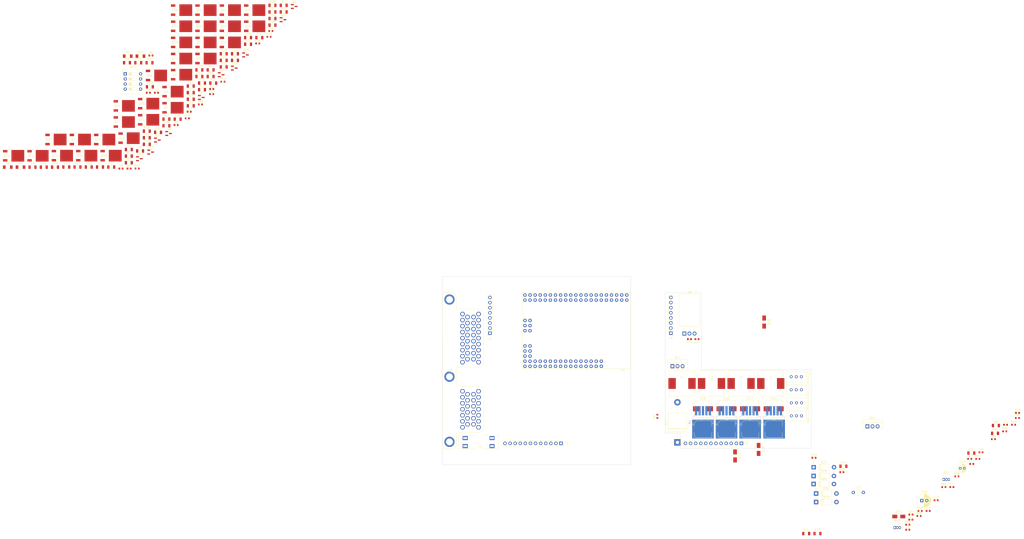
<source format=kicad_pcb>
(kicad_pcb (version 20211014) (generator pcbnew)
  (layers (0 "F.Cu" signal) (31 "B.Cu" signal) (34 "B.Paste" user) (35 "F.Paste" user) (36 "B.SilkS" user "B.Silkscreen") (37 "F.SilkS" user "F.Silkscreen") (38 "B.Mask" user) (39 "F.Mask" user) (44 "Edge.Cuts" user))
  (net 0 "")
  (net 1 "12V~")
  (net 2 "GND~")
  (net 3 "BUCK_A~")
  (net 4 "BUCK_B~")
  (net 5 "BUCK_C~")
  (net 6 "BUCK_D~")
  (net 7 "Net-(C17-Pad1)")
  (net 8 "5V~")
  (net 9 "TURN_D_FIL")
  (net 10 "BATGND")
  (net 11 "TURN_P_FIL")
  (net 12 "Net-(D3-Pad1)")
  (net 13 "+5V")
  (net 14 "Net-(D4-Pad1)")
  (net 15 "Net-(D5-Pad1)")
  (net 16 "Net-(D6-Pad1)")
  (net 17 "Net-(D7-Pad1)")
  (net 18 "Net-(D8-Pad1)")
  (net 19 "MISC_1_FIL")
  (net 20 "MISC_2_FIL")
  (net 21 "Net-(D11-Pad2)")
  (net 23 "Net-(D12-Pad2)")
  (net 24 "Net-(D13-Pad1)")
  (net 25 "Net-(D14-Pad1)")
  (net 26 "Net-(D15-Pad1)")
  (net 27 "Net-(D16-Pad1)")
  (net 28 "VCC~")
  (net 29 "Net-(D18-Pad2)")
  (net 30 "Net-(D19-Pad2)")
  (net 31 "Net-(D20-Pad2)")
  (net 32 "Net-(D21-Pad2)")
  (net 33 "Net-(D22-Pad2)")
  (net 34 "Net-(D23-Pad1)")
  (net 35 "Net-(D24-Pad1)")
  (net 36 "Net-(D25-Pad1)")
  (net 37 "Net-(D25-Pad2)")
  (net 38 "Net-(D26-Pad2)")
  (net 39 "VCC")
  (net 40 "LET_A1")
  (net 41 "LET_W1")
  (net 42 "BUCK_A")
  (net 43 "LET_A2")
  (net 44 "LET_W2")
  (net 48 "LET_A3")
  (net 49 "LET_W3")
  (net 50 "BUCK_B")
  (net 51 "RAP_A1")
  (net 53 "RAP_W1")
  (net 54 "BUCK_D")
  (net 55 "LGHT_P")
  (net 56 "LGHT_N")
  (net 57 "RAP_A2")
  (net 58 "RAP_W2")
  (net 59 "RAP_A3")
  (net 60 "RAP_W3")
  (net 64 "LGHT_S")
  (net 65 "RAP_A4")
  (net 66 "RAP_W4")
  (net 67 "LET_A4")
  (net 68 "LET_W4")
  (net 69 "LET_A5")
  (net 70 "LET_W5")
  (net 71 "BUCK_C")
  (net 72 "LET_A6")
  (net 73 "LET_W6")
  (net 74 "BAT12V")
  (net 75 "HEDRLY")
  (net 76 "RLY87")
  (net 77 "TX_1")
  (net 78 "RX_1")
  (net 79 "RLY87A")
  (net 80 "TURN_D")
  (net 81 "TURN_P")
  (net 82 "MISC_1")
  (net 83 "MISC_2")
  (net 84 "RX_3")
  (net 85 "12V")
  (net 86 "TX_2")
  (net 87 "RX_2")
  (net 88 "TX_3")
  (net 89 "EN_A")
  (net 90 "EN_B")
  (net 91 "EN_C")
  (net 92 "EN_D")
  (net 93 "EN_A~")
  (net 94 "EN_B~")
  (net 95 "EN_C~")
  (net 96 "EN_D~")
  (net 97 "Net-(Q1-Pad1)")
  (net 98 "Net-(Q1-Pad3)")
  (net 99 "Net-(Q2-Pad1)")
  (net 100 "Net-(Q12-Pad2)")
  (net 101 "Net-(Q3-Pad1)")
  (net 102 "Net-(Q13-Pad2)")
  (net 103 "Net-(Q4-Pad1)")
  (net 104 "Net-(Q14-Pad2)")
  (net 105 "Net-(Q10-Pad3)")
  (net 106 "Net-(Q15-Pad2)")
  (net 107 "Net-(Q6-Pad1)")
  (net 108 "Net-(Q7-Pad1)")
  (net 109 "Net-(Q8-Pad1)")
  (net 110 "Net-(Q9-Pad1)")
  (net 111 "Net-(Q10-Pad1)")
  (net 112 "LET_POWER1")
  (net 113 "LET_POWER2")
  (net 114 "LET_POWER3")
  (net 115 "LET_POWER4")
  (net 116 "LET_POWER5")
  (net 117 "LET_COLOR1")
  (net 118 "LET_COLOR2")
  (net 119 "LET_COLOR3")
  (net 120 "LET_COLOR4")
  (net 121 "LET_COLOR5")
  (net 122 "Net-(Q21-Pad1)")
  (net 123 "Net-(Q21-Pad3)")
  (net 124 "Net-(Q22-Pad1)")
  (net 125 "Net-(Q22-Pad3)")
  (net 126 "Net-(Q23-Pad1)")
  (net 127 "Net-(Q23-Pad3)")
  (net 128 "Net-(Q24-Pad1)")
  (net 129 "Net-(Q24-Pad3)")
  (net 130 "Net-(Q25-Pad1)")
  (net 131 "Net-(Q25-Pad3)")
  (net 132 "Net-(Q26-Pad1)")
  (net 133 "Net-(Q27-Pad1)")
  (net 134 "Net-(Q28-Pad1)")
  (net 135 "Net-(Q29-Pad1)")
  (net 136 "Net-(Q30-Pad1)")
  (net 137 "LET_POWER6")
  (net 138 "RAP_POWER1")
  (net 139 "RAP_POWER2")
  (net 140 "RAP_POWER3")
  (net 141 "RAP_POWER4")
  (net 142 "LET_COLOR6")
  (net 143 "RAP_COLOR1")
  (net 144 "RAP_COLOR2")
  (net 145 "RAP_COLOR3")
  (net 146 "RAP_COLOR4")
  (net 147 "Net-(Q42-Pad2)")
  (net 148 "Net-(Q43-Pad2)")
  (net 149 "Net-(R21-Pad1)")
  (net 150 "Net-(R28-Pad1)")
  (net 151 "Net-(R35-Pad1)")
  (net 152 "Net-(R40-Pad1)")
  (net 153 "Net-(R61-Pad2)")
  (net 154 "Net-(R62-Pad2)")
  (net 155 "Net-(R63-Pad2)")
  (net 156 "Net-(R64-Pad2)")
  (net 157 "Net-(U1-Pad3V3_1)")
  (net 204 "Net-(U1-PadVIN_1)")
  (footprint "Resistor_SMD:R_1206_3216Metric" (layer "F.Cu") (at -139.676 -28.784)
    (fp_text reference "R3")
    (fp_text value "10k")
  )
  (footprint "Resistor_SMD:R_1206_3216Metric" (layer "F.Cu") (at -84.506 -73.934)
    (fp_text reference "R39")
    (fp_text value "10k")
  )
  (footprint "Resistor_SMD:R_1206_3216Metric" (layer "F.Cu") (at -88.796 -67.354)
    (fp_text reference "R13")
    (fp_text value "10k")
  )
  (footprint "Resistor_SMD:R_1206_3216Metric" (layer "F.Cu") (at -83.186 -70.644)
    (fp_text reference "R37")
    (fp_text value "1k")
  )
  (footprint "Resistor_SMD:R_0603_1608Metric" (layer "F.Cu") (at 269.374 142.756)
    (fp_text reference "R60")
    (fp_text value "10k")
  )
  (footprint "Capacitor_SMD:CP_Elec_8x10" (layer "F.Cu") (at 184.574 102.056)
    (fp_text reference "C2")
    (fp_text value "100u")
  )
  (footprint "Diode_THT:D_DO-41_SOD81_P10.16mm_Horizontal" (layer "F.Cu") (at 216.244 125.306)
    (fp_text reference "D18")
    (fp_text value "1N47xxA")
  )
  (footprint "afootprints:IRLR7843" (layer "F.Cu") (at -109.426 -74.444)
    (fp_text reference "Q16")
    (fp_text value "IRLR7843")
  )
  (footprint "Resistor_SMD:R_0603_1608Metric" (layer "F.Cu") (at 268.824 145.266)
    (fp_text reference "R68")
    (fp_text value "10k")
  )
  (footprint "Capacitor_SMD:C_0603_1608Metric" (layer "F.Cu") (at 154.324 57.056)
    (fp_text reference "C20")
    (fp_text value "100n")
  )
  (footprint "LED_SMD:LED_0603_1608Metric" (layer "F.Cu") (at -115.556 -65.834)
    (fp_text reference "D8")
    (fp_text value "YLW LED")
  )
  (footprint "Capacitor_SMD:C_0603_1608Metric" (layer "F.Cu") (at 295.124 119.306)
    (fp_text reference "C10")
    (fp_text value "100n")
  )
  (footprint "afootprints:IRLR7843" (layer "F.Cu") (at -125.486 -59.284)
    (fp_text reference "Q15")
    (fp_text value "IRLR7843")
  )
  (footprint "Capacitor_SMD:CP_Elec_8x10" (layer "F.Cu") (at 161.074 91.806)
    (fp_text reference "C16")
    (fp_text value "220u")
  )
  (footprint "Capacitor_THT:CP_Radial_D4.0mm_P2.00mm" (layer "F.Cu") (at 289.348801 121.476)
    (fp_text reference "C19")
    (fp_text value "10u 25V")
  )
  (footprint "Capacitor_SMD:C_0603_1608Metric" (layer "F.Cu") (at 277.354 137.416)
    (fp_text reference "C12")
    (fp_text value "100n")
  )
  (footprint "Connector_PinSocket_2.54mm:PinSocket_1x08_P2.54mm_Vertical" (layer "F.Cu") (at 54.819808 54.082824 180)
    (fp_text reference "J3")
    (fp_text value "Conn_01x08_Female")
  )
  (footprint "Resistor_SMD:R_1206_3216Metric" (layer "F.Cu") (at -88.796 -70.644)
    (fp_text reference "R42")
    (fp_text value "1k")
  )
  (footprint "Resistor_SMD:R_0603_1608Metric" (layer "F.Cu") (at -96.136 -53.064)
    (fp_text reference "R55")
    (fp_text value "1k")
  )
  (footprint "FIC Board-footprints:L_12x12mm_H8mm" (layer "F.Cu") (at 194.872 79.056)
    (fp_text reference "L1")
    (fp_text value "47u")
  )
  (footprint "Resistor_SMD:R_0603_1608Metric" (layer "F.Cu") (at -121.156 -28.034)
    (fp_text reference "R54")
    (fp_text value "1k")
  )
  (footprint "Resistor_SMD:R_1206_3216Metric" (layer "F.Cu") (at -106.556 -49.384)
    (fp_text reference "R38")
    (fp_text value "1k")
  )
  (footprint "afootprints:IRLR7843" (layer "F.Cu") (at -60.446 -107.044)
    (fp_text reference "Q21")
    (fp_text value "IRLR7843")
  )
  (footprint "afootprints:IRLR7843" (layer "F.Cu") (at -125.486 -51.234)
    (fp_text reference "Q17")
    (fp_text value "IRLR7843")
  )
  (footprint "afootprints:IRLR7843" (layer "F.Cu") (at -101.186 -66.394)
    (fp_text reference "Q3")
    (fp_text value "IRLR7843")
  )
  (footprint "FIC Board-footprints:L_12x12mm_H8mm" (layer "F.Cu") (at 165.324 79.056)
    (fp_text reference "L3")
    (fp_text value "47u")
  )
  (footprint "LED_SMD:LED_0603_1608Metric" (layer "F.Cu") (at 317.964 93.846)
    (fp_text reference "D22")
    (fp_text value "Red LED")
  )
  (footprint "Capacitor_SMD:C_0603_1608Metric" (layer "F.Cu") (at 263.234 152.116)
    (fp_text reference "C6")
    (fp_text value "100n")
  )
  (footprint "Resistor_SMD:R_1206_3216Metric" (layer "F.Cu") (at 307.174 100.156)
    (fp_text reference "R65")
    (fp_text value "10k")
  )
  (footprint "afootprints:IRLR7843" (layer "F.Cu") (at -135.256 -42.504)
    (fp_text reference "Q12")
    (fp_text value "IRLR7843")
  )
  (footprint "Resistor_SMD:R_0603_1608Metric" (layer "F.Cu") (at -83.986 -65.154)
    (fp_text reference "R52")
    (fp_text value "1k")
  )
  (footprint "Diode_SMD:D_MiniMELF" (layer "F.Cu") (at -119.486 -84.084)
    (fp_text reference "D10")
    (fp_text value "LL34 5.1V")
  )
  (footprint "Capacitor_SMD:C_0603_1608Metric" (layer "F.Cu") (at 299.734 113.506)
    (fp_text reference "C8")
    (fp_text value "100n")
  )
  (footprint "Resistor_SMD:R_1206_3216Metric" (layer "F.Cu") (at -77.966 -81.984)
    (fp_text reference "R24")
    (fp_text value "1k")
  )
  (footprint "afootprints:2N3904SMD" (layer "F.Cu") (at -105.446 -45.514)
    (fp_text reference "Q8")
    (fp_text value "MMBT3904")
  )
  (footprint "Resistor_SMD:R_0603_1608Metric" (layer "F.Cu") (at 317.924 96.396)
    (fp_text reference "R61")
    (fp_text value "270")
  )
  (footprint "LED_SMD:LED_0603_1608Metric" (layer "F.Cu") (at 216.444 116.246)
    (fp_text reference "D19")
    (fp_text value "Red LED")
  )
  (footprint "LED_SMD:LED_0603_1608Metric" (layer "F.Cu") (at 264.814 144.546)
    (fp_text reference "D21")
    (fp_text value "Red LED")
  )
  (footprint "Resistor_SMD:R_0603_1608Metric" (layer "F.Cu") (at 315.994 99.766)
    (fp_text reference "R69")
    (fp_text value "10k")
  )
  (footprint "afootprints:IRLR7843" (layer "F.Cu") (at -72.596 -98.994)
    (fp_text reference "Q19")
    (fp_text value "IRLR7843")
  )
  (footprint "LED_SMD:LED_0603_1608Metric" (layer "F.Cu") (at -83.946 -67.704)
    (fp_text reference "D7")
    (fp_text value "GRN LED")
  )
  (footprint "Resistor_SMD:R_1206_3216Metric" (layer "F.Cu") (at -162.116 -28.724)
    (fp_text reference "R25")
    (fp_text value "1k")
  )
  (footprint "Package_TO_SOT_THT:TO-220-3_Horizontal_TabDown" (layer "F.Cu") (at 151.784 54.286)
    (fp_text reference "U6")
    (fp_text value "L7805")
  )
  (footprint "Resistor_SMD:R_1206_3216Metric" (layer "F.Cu") (at -94.406 -69.174)
    (fp_text reference "R21")
    (fp_text value "1k")
  )
  (footprint "Resistor_SMD:R_1206_3216Metric" (layer "F.Cu") (at -100.946 -52.674)
    (fp_text reference "R20")
    (fp_text value "10k")
  )
  (footprint "afootprints:2N3904SMD" (layer "F.Cu") (at -72.696 -78.114)
    (fp_text reference "Q26")
    (fp_text value "MMBT3904")
  )
  (footprint "Resistor_SMD:R_0603_1608Metric" (layer "F.Cu") (at 311.564 103.056)
    (fp_text reference "R59")
    (fp_text value "10k")
  )
  (footprint "Package_TO_SOT_THT:TO-220-3_Vertical" (layer "F.Cu") (at 243.074 100.556)
    (fp_text reference "Q44")
    (fp_text value "IRF4905")
  )
  (footprint "afootprints:2N3904SMD" (layer "F.Cu") (at -79.236 -74.824)
    (fp_text reference "Q28")
    (fp_text value "MMBT3904")
  )
  (footprint "Resistor_SMD:R_1206_3216Metric" (layer "F.Cu") (at -65.816 -90.034)
    (fp_text reference "R33")
    (fp_text value "1k")
  )
  (footprint "Capacitor_SMD:C_0603_1608Metric" (layer "F.Cu") (at 273.384 142.756)
    (fp_text reference "C9")
    (fp_text value "100n")
  )
  (footprint "Resistor_SMD:R_1206_3216Metric" (layer "F.Cu") (at -72.356 -85.274)
    (fp_text reference "R19")
    (fp_text value "10k")
  )
  (footprint "Potentiometer_THT:Potentiometer_Bourns_3296X_Horizontal" (layer "F.Cu") (at 205.074 75.806 180)
    (fp_text reference "RV1")
    (fp_text value "10k")
  )
  (footprint "Package_TO_SOT_THT:TO-220-3_Vertical" (layer "F.Cu") (at 145.824 70.556)
    (fp_text reference "Q41")
    (fp_text value "IRF4905")
  )
  (footprint "Connector_PinHeader_2.54mm:PinHeader_1x12_P2.54mm_Vertical" (layer "F.Cu") (at 180.259723 109.054137 -90)
    (fp_text reference "J4")
    (fp_text value "Conn_01x12_Male")
  )
  (footprint "Capacitor_SMD:C_0603_1608Metric" (layer "F.Cu") (at 264.774 147.096)
    (fp_text reference "C11")
    (fp_text value "100n")
  )
  (footprint "Capacitor_SMD:C_0603_1608Metric" (layer "F.Cu") (at 311.984 99.766)
    (fp_text reference "C5")
    (fp_text value "100n")
  )
  (footprint "afootprints:Univ_AUTO_Fuse" (layer "F.Cu") (at 39.269 105.001)
    (fp_text reference "F1")
    (fp_text value "10A Fuse")
  )
  (footprint "LED_SMD:LED_0603_1608Metric" (layer "F.Cu") (at -129.216 -27.994)
    (fp_text reference "D3")
    (fp_text value "GRN LED")
  )
  (footprint "afootprints:IRLR7843" (layer "F.Cu") (at -168.516 -34.394)
    (fp_text reference "Q11")
    (fp_text value "IRLR7843")
  )
  (footprint "Resistor_SMD:R_1206_3216Metric" (layer "F.Cu") (at 212.554 154.046)
    (fp_text reference "R74")
    (fp_text value "10k")
  )
  (footprint "Potentiometer_THT:Potentiometer_Bourns_3296X_Horizontal" (layer "F.Cu") (at 205.154 95.306 180)
    (fp_text reference "RV4")
    (fp_text value "10k")
  )
  (footprint "Resistor_SMD:R_1206_3216Metric" (layer "F.Cu") (at -77.966 -85.274)
    (fp_text reference "R29")
    (fp_text value "1k")
  )
  (footprint "Resistor_SMD:R_1206_3216Metric" (layer "F.Cu") (at -156.506 -28.784)
    (fp_text reference "R31")
    (fp_text value "1k")
  )
  (footprint "Capacitor_SMD:CP_Elec_8x10" (layer "F.Cu") (at 161.074 102.056)
    (fp_text reference "C4")
    (fp_text value "100u")
  )
  (footprint "Resistor_SMD:R_1206_3216Metric" (layer "F.Cu") (at -114.986 -80.814)
    (fp_text reference "R32")
    (fp_text value "1k")
  )
  (footprint "Diode_SMD:D_SMA" (layer "F.Cu") (at 191.574 48.556 -90)
    (fp_text reference "D16")
    (fp_text value "SS34")
  )
  (footprint "Resistor_SMD:R_0603_1608Metric" (layer "F.Cu") (at 305.954 106.946)
    (fp_text reference "R64")
    (fp_text value "270")
  )
  (footprint "Resistor_SMD:R_0603_1608Metric" (layer "F.Cu") (at 281.204 130.846)
    (fp_text reference "R66")
    (fp_text value "10k")
  )
  (footprint "Resistor_SMD:R_1206_3216Metric" (layer "F.Cu") (at -145.286 -28.784)
    (fp_text reference "R30")
    (fp_text value "1k")
  )
  (footprint "Connector_PinSocket_2.54mm:PinSocket_1x12_P2.54mm_Vertical" (layer "F.Cu") (at 90.263195 109.04967 -90)
    (fp_text reference "J2")
    (fp_text value "Conn_01x12_Female")
  )
  (footprint "Resistor_SMD:R_1206_3216Metric" (layer "F.Cu") (at 231.114 120.456)
    (fp_text reference "R72")
    (fp_text value "1k")
  )
  (footprint "FIC Board-footprints:L_12x12mm_H8mm" (layer "F.Cu") (at 150.622 79.056)
    (fp_text reference "L4")
    (fp_text value "47u")
  )
  (footprint "afootprints:IRLR7843" (layer "F.Cu") (at -96.896 -90.944)
    (fp_text reference "Q39")
    (fp_text value "IRLR7843")
  )
  (footprint "LED_SMD:LED_0603_1608Metric" (layer "F.Cu") (at 230.354 123.396)
    (fp_text reference "D20")
    (fp_text value "Red LED")
  )
  (footprint "Diode_THT:D_P600_R-6_P20.00mm_Horizontal" (layer "F.Cu") (at 148.324 108.556 90)
    (fp_text reference "D17")
    (fp_text value "5KP16A")
  )
  (footprint "afootprints:2N3904SMD" (layer "F.Cu") (at -114.406 -36.224)
    (fp_text reference "Q9")
    (fp_text value "MMBT3904")
  )
  (footprint "afootprints:IRLR7843" (layer "F.Cu") (at -72.596 -90.944)
    (fp_text reference "Q23")
    (fp_text value "IRLR7843")
  )
  (footprint "Resistor_SMD:R_0603_1608Metric" (layer "F.Cu") (at 263.234 149.606)
    (fp_text reference "R63")
    (fp_text value "270")
  )
  (footprint "LED_SMD:LED_0603_1608Metric" (layer "F.Cu") (at -114.266 -84.414)
    (fp_text reference "D6")
    (fp_text value "YLW LED")
  )
  (footprint "afootprints:IRLR7843" (layer "F.Cu") (at -96.896 -74.844)
    (fp_text reference "Q5")
    (fp_text value "IRLR7843")
  )
  (footprint "afootprints:IRLR7843" (layer "F.Cu") (at -156.366 -34.454)
    (fp_text reference "Q31")
    (fp_text value "IRLR7843")
  )
  (footprint "Capacitor_SMD:C_0603_1608Metric" (layer "F.Cu") (at 158.074 57.056 180)
    (fp_text reference "C21")
    (fp_text value "100n")
  )
  (footprint "afootprints:IRLR7843" (layer "F.Cu") (at -113.336 -60.394)
    (fp_text reference "Q25")
    (fp_text value "IRLR7843")
  )
  (footprint "Capacitor_SMD:CP_Elec_8x10" (layer "F.Cu") (at 172.824 91.806)
    (fp_text reference "C15")
    (fp_text value "220u")
  )
  (footprint "Resistor_SMD:R_1206_3216Metric" (layer "F.Cu") (at -125.286 -37.514)
    (fp_text reference "R8")
    (fp_text value "10k")
  )
  (footprint "afootprints:2N3904SMD" (layer "F.Cu") (at -48.396 -102.264)
    (fp_text reference "Q30")
    (fp_text value "MMBT3904")
  )
  (footprint "afootprints:IRLR7843" (layer "F.Cu") (at -84.746 -107.044)
    (fp_text reference "Q13")
    (fp_text value "IRLR7843")
  )
  (footprint "LED_SMD:LED_0603_1608Metric" (layer "F.Cu") (at -111.506 -65.834)
    (fp_text reference "D11")
    (fp_text value "RED LED")
  )
  (footprint "Resistor_SMD:R_0603_1608Metric" (layer "F.Cu") (at 287.714 125.506)
    (fp_text reference "R58")
    (fp_text value "10k")
  )
  (footprint "Resistor_SMD:R_0603_1608Metric" (layer "F.Cu") (at -55.396 -93.714)
    (fp_text reference "R53")
    (fp_text value "1k")
  )
  (footprint "Resistor_SMD:R_1206_3216Metric" (layer "F.Cu") (at -106.556 -52.674)
    (fp_text reference "R2")
    (fp_text value "10k")
  )
  (footprint "FIC Board-footprints:64372885" (layer "F.Cu") (at 34.633992 37.295988 -90)
    (fp_text reference "J1")
    (fp_text value "superseal_connector" hide)
  )
  (footprint "afootprints:IRLR7843" (layer "F.Cu") (at -96.896 -98.994)
    (fp_text reference "Q35")
    (fp_text value "IRLR7843")
  )
  (footprint "Resistor_SMD:R_1206_3216Metric" (layer "F.Cu") (at -72.356 -81.984)
    (fp_text reference "R1")
    (fp_text value "10k")
  )
  (footprint "Package_TO_SOT_THT:TO-92_Inline" (layer "F.Cu") (at 256.704 151.056)
    (fp_text reference "Q43")
    (fp_text value "BC337")
  )
  (footprint "Resistor_SMD:R_1206_3216Metric" (layer "F.Cu") (at -90.116 -73.934)
    (fp_text reference "R40")
    (fp_text value "1k")
  )
  (footprint "Capacitor_THT:C_Disc_D4.7mm_W2.5mm_P5.00mm" (layer "F.Cu") (at 236.074 133.526)
    (fp_text reference "C17")
    (fp_text value "0.1u 50V")
  )
  (footprint "Resistor_SMD:R_1206_3216Metric" (layer "F.Cu") (at -150.896 -28.784)
    (fp_text reference "R17")
    (fp_text value "10k")
  )
  (footprint "Package_TO_SOT_THT:TO-92_Inline" (layer "F.Cu") (at 281.184 127.056)
    (fp_text reference "Q42")
    (fp_text value "BC327")
  )
  (footprint "Capacitor_SMD:CP_Elec_8x10" (layer "F.Cu") (at 196.324 91.806)
    (fp_text reference "C13")
    (fp_text value "220u")
  )
  (footprint "Diode_THT:D_DO-41_SOD81_P10.16mm_Horizontal" (layer "F.Cu") (at 217.494 138.306)
    (fp_text reference "D23")
    (fp_text value "1N4746A")
  )
  (footprint "Resistor_SMD:R_0603_1608Metric" (layer "F.Cu") (at -89.596 -60.004)
    (fp_text reference "R56")
    (fp_text value "1k")
  )
  (footprint "afootprints:IRLR7843" (layer "F.Cu") (at -132.066 -34.454)
    (fp_text reference "Q20")
    (fp_text value "IRLR7843")
  )
  (footprint "Resistor_SMD:R_1206_3216Metric" (layer "F.Cu") (at -116.326 -43.384)
    (fp_text reference "R10")
    (fp_text value "10k")
  )
  (footprint "Resistor_SMD:R_1206_3216Metric" (layer "F.Cu") (at -116.326 -40.094)
    (fp_text reference "R46")
    (fp_text value "1k")
  )
  (footprint "afootprints:IRLR7843" (layer "F.Cu") (at -96.896 -82.894)
    (fp_text reference "Q22")
    (fp_text value "IRLR7843")
  )
  (footprint "afootprints:2N3904SMD" (layer "F.Cu") (at -111.056 -42.224)
    (fp_text reference "Q27")
    (fp_text value "MMBT3904")
  )
  (footprint "afootprints:IRLR7843" (layer "F.Cu") (at -84.746 -90.944)
    (fp_text reference "Q2")
    (fp_text value "IRLR7843")
  )
  (footprint "afootprints:2N3904SMD" (layer "F.Cu") (at -120.016 -32.934)
    (fp_text reference "Q10")
    (fp_text value "MMBT3904")
  )
  (footprint "Resistor_SMD:R_1206_3216Metric" (layer "F.Cu") (at -53.666 -106.134)
    (fp_text reference "R41")
    (fp_text value "1k")
  )
  (footprint "Connector_PinHeader_2.54mm:PinHeader_1x08_P2.54mm_Vertical" (layer "F.Cu") (at 145.061274 54.066895 180)
    (fp_text reference "J5")
    (fp_text value "Conn_01x08_Male")
  )
  (footprint "afootprints:IRLR7843" (layer "F.Cu") (at -123.106 -43.184)
    (fp_text reference "Q32")
    (fp_text value "IRLR7843")
  )
  (footprint "Potentiometer_THT:Potentiometer_Bourns_3296X_Horizontal" (layer "F.Cu") (at 205.074 82.306 180)
    (fp_text reference "RV2")
    (fp_text value "10k")
  )
  (footprint "Resistor_SMD:R_1206_3216Metric" (layer "F.Cu") (at 218.164 154.046)
    (fp_text reference "R73")
    (fp_text value "1k")
  )
  (footprint "Resistor_SMD:R_1206_3216Metric" (layer "F.Cu") (at -94.406 -65.884)
    (fp_text reference "R43")
    (fp_text value "1k")
  )
  (footprint "Diode_THT:D_DO-41_SOD81_P10.16mm_Horizontal" (layer "F.Cu") (at 216.244 129.306)
    (fp_text reference "D25")
    (fp_text value "1N4007")
  )
  (footprint "Resistor_SMD:R_1206_3216Metric" (layer "F.Cu") (at -53.666 -109.424)
    (fp_text reference "R35")
    (fp_text value "1k")
  )
  (footprint "afootprints:IRLR7843" (layer "F.Cu") (at -84.746 -98.994)
    (fp_text reference "Q40")
    (fp_text value "IRLR7843")
  )
  (footprint "Resistor_SMD:R_1206_3216Metric" (layer "F.Cu") (at -126.206 -80.814)
    (fp_text reference "R26")
    (fp_text value "1k")
  )
  (footprint "afootprints:IRLR7843" (layer "F.Cu") (at -113.336 -52.344)
    (fp_text reference "Q14")
    (fp_text value "IRLR7843")
  )
  (footprint "Resistor_SMD:R_0603_1608Metric" (layer "F.Cu") (at -54.466 -96.654)
    (fp_text reference "R51")
    (fp_text value "1k")
  )
  (footprint "Diode_SMD:D_SMA" (layer "F.Cu") (at 188.824 112.056 -90)
    (fp_text reference "D13")
    (fp_text value "SS34")
  )
  (footprint "Capacitor_SMD:CP_Elec_8x10" (layer "F.Cu") (at 184.574 91.806)
    (fp_text reference "C14")
    (fp_text value "220u")
  )
  (footprint "Resistor_SMD:R_1206_3216Metric" (layer "F.Cu") (at -48.056 -106.134)
    (fp_text reference "R23")
    (fp_text value "1k")
  )
  (footprint "Diode_SMD:D_MiniMELF" (layer "F.Cu") (at -185.666 -28.744)
    (fp_text reference "D9")
    (fp_text value "LL34 5.1V")
  )
  (footprint "Resistor_SMD:R_1206_3216Metric" (layer "F.Cu") (at -125.286 -30.934)
    (fp_text reference "R11")
    (fp_text value "10k")
  )
  (footprint "afootprints:IRLR7843" (layer "F.Cu") (at -159.556 -42.504)
    (fp_text reference "Q33")
    (fp_text value "IRLR7843")
  )
  (footprint "Diode_SMD:D_MiniMELF" (layer "F.Cu") (at -125.836 -84.084)
    (fp_text reference "D1")
    (fp_text value "LL34 5.1V")
  )
  (footprint "Resistor_SMD:R_1206_3216Metric" (layer "F.Cu") (at 294.924 113.896)
    (fp_text reference "R71")
    (fp_text value "1k")
  )
  (footprint "Resistor_SMD:R_1206_3216Metric" (layer "F.Cu") (at -173.336 -28.724)
    (fp_text reference "R5")
    (fp_text value "10k")
  )
  (footprint "Resistor_SMD:R_1206_3216Metric" (layer "F.Cu") (at -119.676 -36.804)
    (fp_text reference "R6")
    (fp_text value "10k")
  )
  (footprint "Diode_SMD:D_MiniMELF" (layer "F.Cu") (at -179.316 -28.744)
    (fp_text reference "D2")
    (fp_text value "LL34 5.1V")
  )
  (footprint "afootprints:IRLR7843" (layer "F.Cu") (at -84.746 -82.894)
    (fp_text reference "Q37")
    (fp_text value "IRLR7843")
  )
  (footprint "Resistor_SMD:R_0603_1608Metric" (layer "F.Cu") (at 138.324 95.556 90)
    (fp_text reference "R57")
    (fp_text value "10k")
  )
  (footprint "afootprints:IRLR7843" (layer "F.Cu") (at -144.216 -34.454)
    (fp_text reference "Q36")
    (fp_text value "IRLR7843")
  )
  (footprint "afootprints:IRLR7843" (layer "F.Cu") (at -96.896 -107.044)
    (fp_text reference "Q38")
    (fp_text value "IRLR7843")
  )
  (footprint "Capacitor_SMD:CP_Elec_8x10" (layer "F.Cu") (at 172.824 102.056)
    (fp_text reference "C3")
    (fp_text value "100u")
  )
  (footprint "Resistor_SMD:R_1206_3216Metric" (layer "F.Cu") (at -120.596 -80.814)
    (fp_text reference "R15")
    (fp_text value "10k")
  )
  (footprint "Resistor_SMD:R_1206_3216Metric" (layer "F.Cu") (at -94.406 -62.594)
    (fp_text reference "R28")
    (fp_text value "1k")
  )
  (footprint "LED_SMD:LED_0603_1608Metric" (layer "F.Cu") (at -95.166 -56.364)
    (fp_text reference "D12")
    (fp_text value "RED LED")
  )
  (footprint "afootprints:2N3904SMD" (layer "F.Cu") (at -67.086 -84.694)
    (fp_text reference "Q29")
    (fp_text value "MMBT3904")
  )
  (footprint "Resistor_SMD:R_1206_3216Metric" (layer "F.Cu") (at -110.716 -46.094)
    (fp_text reference "R34")
    (fp_text value "10k")
  )
  (footprint "Resistor_SMD:R_1206_3216Metric" (layer "F.Cu") (at -60.206 -93.324)
    (fp_text reference "R44")
    (fp_text value "10k")
  )
  (footprint "Capacitor_SMD:C_0603_1608Metric" (layer "F.Cu") (at 285.214 130.846)
    (fp_text reference "C7")
    (fp_text value "100n")
  )
  (footprint "afootprints:IRLR7843" (layer "F.Cu") (at -72.596 -107.044)
    (fp_text reference "Q34")
    (fp_text value "IRLR7843")
  )
  (footprint "Package_TO_SOT_SMD:SOT-23" (layer "F.Cu") (at -42.806 -108.844)
    (fp_text reference "Q6")
    (fp_text value "MMBT3904")
  )
  (footprint "afootprints:2N3904SMD" (layer "F.Cu") (at -89.136 -63.484)
    (fp_text reference "Q7")
    (fp_text value "MMBT3904")
  )
  (footprint "Resistor_SMD:R_0603_1608Metric" (layer "F.Cu") (at 294.124 116.796)
    (fp_text reference "R62")
    (fp_text value "270")
  )
  (footprint "Resistor_SMD:R_1206_3216Metric" (layer "F.Cu") (at -53.666 -102.844)
    (fp_text reference "R50")
    (fp_text value "1k")
  )
  (footprint "LED_SMD:LED_0603_1608Metric" (layer "F.Cu") (at -125.166 -27.994)
    (fp_text reference "D4")
    (fp_text value "YLW LED")
  )
  (footprint "Diode_THT:D_DO-41_SOD81_P10.16mm_Horizontal" (layer "F.Cu") (at 217.494 134.056)
    (fp_text reference "D26")
    (fp_text value "1N4007")
  )
  (footprint "Resistor_SMD:R_1206_3216Metric" (layer "F.Cu") (at -53.666 -99.554)
    (fp_text reference "R36")
    (fp_text value "1k")
  )
  (footprint "LED_SMD:LED_0603_1608Metric" (layer "F.Cu") (at -101.706 -49.734)
    (fp_text reference "D5")
    (fp_text value "GRN LED")
  )
  (footprint "afootprints:IRLR7843" (layer "F.Cu") (at -147.406 -42.504)
    (fp_text reference "Q1")
    (fp_text value "IRLR7843")
  )
  (footprint "Resistor_SMD:R_1206_3216Metric" (layer "F.Cu") (at -90.116 -77.224)
    (fp_text reference "R47")
    (fp_text value "1k")
  )
  (footprint "afootprints:IRLR7843" (layer "F.Cu") (at -101.186 -58.344)
    (fp_text reference "Q4")
    (fp_text value "IRLR7843")
  )
  (footprint "Resistor_SMD:R_0603_1608Metric" (layer "F.Cu") (at 298.134 116.796)
    (fp_text reference "R67")
    (fp_text value "10k")
  )
  (footprint "afootprints:IRLR7843" (layer "F.Cu") (at -60.446 -98.994)
    (fp_text reference "Q18")
    (fp_text value "IRLR7843")
  )
  (footprint "Resistor_SMD:R_1206_3216Metric" (layer "F.Cu") (at -84.506 -77.224)
    (fp_text reference "R4")
    (fp_text value "10k")
  )
  (footprint "Resistor_SMD:R_0603_1608Metric" (layer "F.Cu") (at -78.376 -71.344)
    (fp_text reference "R49")
    (fp_text value "10k")
  )
  (footprint "Diode_SMD:D_SMA" (layer "F.Cu") (at 258.744 145.526)
    (fp_text reference "D15")
    (fp_text value "SS34")
  )
  (footprint "Resistor_SMD:R_1206_3216Metric" (layer "F.Cu") (at -77.966 -78.694)
    (fp_text reference "R45")
    (fp_text value "1k")
  )
  (footprint "Resistor_SMD:R_1206_3216Metric" (layer "F.Cu") (at -116.326 -46.674)
    (fp_text reference "R18")
    (fp_text value "10k")
  )
  (footprint "Resistor_SMD:R_1206_3216Metric" (layer "F.Cu") (at -134.066 -28.784)
    (fp_text reference "R12")
    (fp_text value "10k")
  )
  (footprint "Resistor_SMD:R_1206_3216Metric" (layer "F.Cu") (at -94.406 -59.304)
    (fp_text reference "R22")
    (fp_text value "1k")
  )
  (footprint "Resistor_SMD:R_1206_3216Metric" (layer "F.Cu") (at -125.286 -34.224)
    (fp_text reference "R7")
    (fp_text value "10k")
  )
  (footprint "afootprints:MODULE_MEGA_PRO_EMBED_CH340G___ATMEGA2560" (layer "F.Cu") (at 97.874 52.836 180)
    (fp_text reference "U1")
    (fp_text value "MEGA_PRO_EMBED_CH340G_{slash}_ATMEGA2560")
  )
  (footprint "Resistor_SMD:R_1206_3216Metric" (layer "F.Cu") (at 306.754 104.046)
    (fp_text reference "R70")
    (fp_text value "1k")
  )
  (footprint "Button_Switch_THT:SW_DIP_SPSTx04_Slide_9.78x12.34mm_W7.62mm_P2.54mm" (layer "F.Cu") (at -127.071 -75.244)
    (fp_text reference "SW1")
    (fp_text value "SW_DIP_x04")
  )
  (footprint "Resistor_SMD:R_1206_3216Metric" (layer "F.Cu") (at -114.796 -68.774)
    (fp_text reference "R27")
    (fp_text value "10k")
  )
  (footprint "Resistor_SMD:R_1206_3216Metric" (layer "F.Cu") (at -48.056 -109.424)
    (fp_text reference "R9")
    (fp_text value "10k")
  )
  (footprint "FIC Board-footprints:L_12x12mm_H8mm" (layer "F.Cu") (at 180.074 79.056)
    (fp_text reference "L2")
    (fp_text value "47u")
  )
  (footprint "Capacitor_SMD:CP_Elec_8x10" (layer "F.Cu") (at 196.324 102.056)
    (fp_text reference "C1")
    (fp_text value "100u")
  )
  (footprint "Potentiometer_THT:Potentiometer_Bourns_3296X_Horizontal" (layer "F.Cu") (at 205.154 88.806 180)
    (fp_text reference "RV3")
    (fp_text value "10k")
  )
  (footprint "Capacitor_THT:CP_Radial_D6.3mm_P2.50mm" (layer "F.Cu") (at 270.179241 137.576)
    (fp_text reference "C18")
    (fp_text value "47u 50V")
  )
  (footprint "Resistor_SMD:R_0603_1608Metric" (layer "F.Cu") (at -61.006 -90.424)
    (fp_text reference "R48")
    (fp_text value "10k")
  )
  (footprint "Resistor_SMD:R_1206_3216Metric" (layer "F.Cu") (at -65.816 -93.324)
    (fp_text reference "R16")
    (fp_text value "10k")
  )
  (footprint "Resistor_SMD:R_1206_3216Metric" (layer "F.Cu") (at -167.726 -28.724)
    (fp_text reference "R14")
    (fp_text value "10k")
  )
  (footprint "Diode_THT:D_DO-41_SOD81_P10.16mm_Horizontal" (layer "F.Cu") (at 216.274 120.936)
    (fp_text reference "D24")
    (fp_text value "1N4746A")
  )
  (footprint "afootprints:IRLR7843" (layer "F.Cu") (at -180.666 -34.394)
    (fp_text reference "Q24")
    (fp_text value "IRLR7843")
  )
  (footprint "Diode_SMD:D_SMA" (layer "F.Cu") (at 177.074 115.306 -90)
    (fp_text reference "D14")
    (fp_text value "SS34")
  )
  (footprint "Package_TO_SOT_SMD:TO-263-5_TabPin3" (layer "B.Cu") (at 161.074 98.556 -90)
    (fp_text reference "U5")
    (fp_text value "LM2596S-ADJ")
  )
  (footprint "Package_TO_SOT_SMD:TO-263-5_TabPin3" (layer "B.Cu") (at 196.574 98.556 -90)
    (fp_text reference "U2")
    (fp_text value "LM2596S-ADJ")
  )
  (footprint "Package_TO_SOT_SMD:TO-263-5_TabPin3" (layer "B.Cu") (at 184.599 98.556 -90)
    (fp_text reference "U3")
    (fp_text value "LM2596S-ADJ")
  )
  (footprint "Package_TO_SOT_SMD:TO-263-5_TabPin3" (layer "B.Cu") (at 172.824 98.556 -90)
    (fp_text reference "U4")
    (fp_text value "LM2596S-ADJ")
  )
  (gr_line (start 31.073991 111.911999) (end 35.899991 111.911999) (layer "F.SilkS") (width 0.1))
  (gr_line (start 34.375991 33.679999) (end 31.073991 33.679999) (layer "F.SilkS") (width 0.1))
  (gr_line (start 142.324 104.05103) (end 149.824 104.056) (layer "Edge.Cuts") (width 0.1))
  (gr_line (start 215.074 111.556) (end 215.074 72.306) (layer "Edge.Cuts") (width 0.1))
  (gr_line (start 160.324 72.306) (end 160.324 33.806) (layer "Edge.Cuts") (width 0.1))
  (gr_line (start 149.814736 111.556) (end 215.074 111.556) (layer "Edge.Cuts") (width 0.1))
  (gr_line (start 125.054 25.806) (end 125.054 119.786) (layer "Edge.Cuts") (width 0.1))
  (gr_line (start 142.324 33.806) (end 142.324 104.05103) (layer "Edge.Cuts") (width 0.1))
  (gr_line (start 160.324 33.806) (end 142.324 33.806) (layer "Edge.Cuts") (width 0.1))
  (gr_line (start 31.074 25.806) (end 31.074 119.786) (layer "Edge.Cuts") (width 0.1))
  (gr_line (start 149.824 104.056) (end 149.814736 111.556) (layer "Edge.Cuts") (width 0.1))
  (gr_line (start 125.054 119.786) (end 31.074 119.786) (layer "Edge.Cuts") (width 0.1))
  (gr_line (start 215.074 72.306) (end 160.324 72.306) (layer "Edge.Cuts") (width 0.1))
  (gr_line (start 31.074 25.806) (end 125.054 25.806) (layer "Edge.Cuts") (width 0.1))
)
</source>
